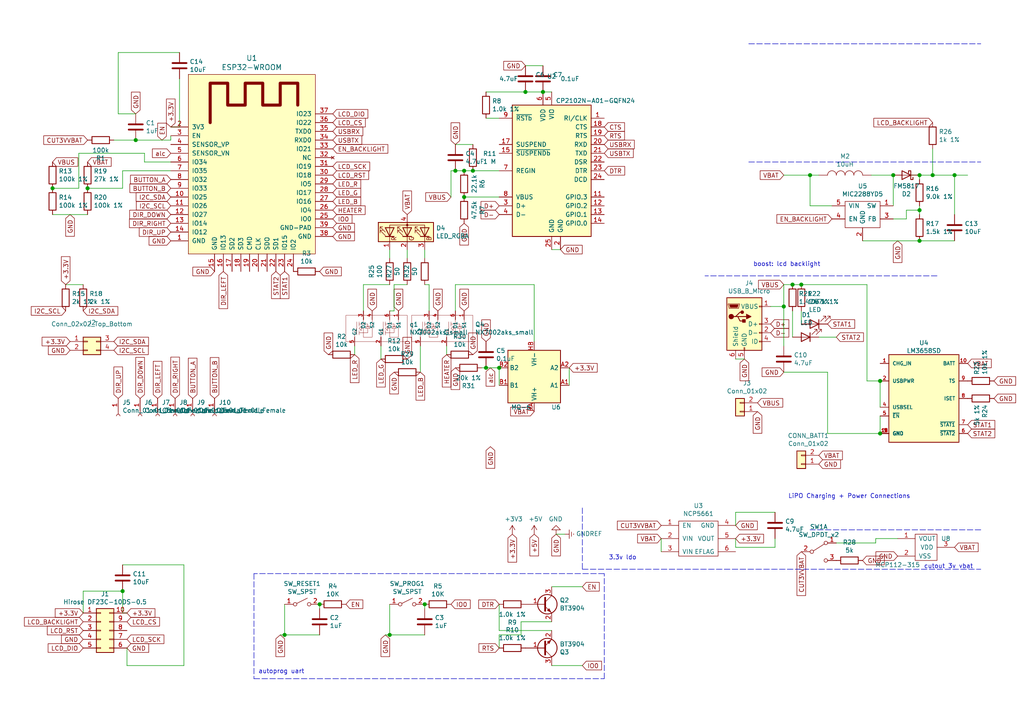
<source format=kicad_sch>
(kicad_sch (version 20210406) (generator eeschema)
  (paper "A4")
  (junction (at 15.24 54.61) (diameter 1.016))
  (junction (at 25.4 54.61) (diameter 1.016))
  (junction (at 35.56 171.45) (diameter 1.016))
  (junction (at 39.37 40.64) (diameter 1.016))
  (junction (at 82.55 184.15) (diameter 1.016))
  (junction (at 92.71 175.26) (diameter 1.016))
  (junction (at 113.03 184.15) (diameter 1.016))
  (junction (at 123.19 175.26) (diameter 1.016))
  (junction (at 132.08 49.53) (diameter 1.016))
  (junction (at 134.62 49.53) (diameter 1.016))
  (junction (at 134.62 57.15) (diameter 1.016))
  (junction (at 137.16 49.53) (diameter 1.016))
  (junction (at 140.97 106.68) (diameter 1.016))
  (junction (at 144.78 106.68) (diameter 1.016))
  (junction (at 152.4 26.67) (diameter 1.016))
  (junction (at 157.48 26.67) (diameter 1.016))
  (junction (at 227.33 88.9) (diameter 1.016))
  (junction (at 229.87 82.55) (diameter 1.016))
  (junction (at 232.41 82.55) (diameter 1.016))
  (junction (at 234.95 50.8) (diameter 1.016))
  (junction (at 255.27 110.49) (diameter 1.016))
  (junction (at 255.27 125.73) (diameter 1.016))
  (junction (at 259.08 50.8) (diameter 1.016))
  (junction (at 266.7 50.8) (diameter 1.016))
  (junction (at 266.7 60.96) (diameter 1.016))
  (junction (at 266.7 69.85) (diameter 1.016))
  (junction (at 270.51 50.8) (diameter 1.016))
  (junction (at 276.86 50.8) (diameter 1.016))
  (wire (pts (xy 15.24 54.61) (xy 22.86 54.61)))
  (wire (pts (xy 15.24 62.23) (xy 25.4 62.23)))
  (wire (pts (xy 19.05 82.55) (xy 24.13 82.55)))
  (wire (pts (xy 22.86 44.45) (xy 41.91 44.45)))
  (wire (pts (xy 22.86 54.61) (xy 22.86 44.45)))
  (wire (pts (xy 24.13 171.45) (xy 35.56 171.45)))
  (wire (pts (xy 24.13 177.8) (xy 24.13 171.45)))
  (wire (pts (xy 25.4 54.61) (xy 35.56 54.61)))
  (wire (pts (xy 33.02 40.64) (xy 39.37 40.64)))
  (wire (pts (xy 34.29 15.24) (xy 52.07 15.24)))
  (wire (pts (xy 34.29 33.02) (xy 34.29 15.24)))
  (wire (pts (xy 35.56 49.53) (xy 49.53 49.53)))
  (wire (pts (xy 35.56 54.61) (xy 35.56 49.53)))
  (wire (pts (xy 35.56 163.83) (xy 53.34 163.83)))
  (wire (pts (xy 35.56 171.45) (xy 35.56 177.8)))
  (wire (pts (xy 35.56 177.8) (xy 36.83 177.8)))
  (wire (pts (xy 36.83 193.04) (xy 36.83 187.96)))
  (wire (pts (xy 39.37 33.02) (xy 34.29 33.02)))
  (wire (pts (xy 39.37 40.64) (xy 49.53 40.64)))
  (wire (pts (xy 41.91 44.45) (xy 41.91 46.99)))
  (wire (pts (xy 41.91 46.99) (xy 49.53 46.99)))
  (wire (pts (xy 49.53 36.83) (xy 52.07 36.83)))
  (wire (pts (xy 49.53 39.37) (xy 49.53 40.64)))
  (wire (pts (xy 52.07 36.83) (xy 52.07 22.86)))
  (wire (pts (xy 53.34 163.83) (xy 53.34 193.04)))
  (wire (pts (xy 53.34 193.04) (xy 36.83 193.04)))
  (wire (pts (xy 81.28 184.15) (xy 82.55 184.15)))
  (wire (pts (xy 82.55 175.26) (xy 82.55 184.15)))
  (wire (pts (xy 82.55 184.15) (xy 92.71 184.15)))
  (wire (pts (xy 92.71 175.26) (xy 92.71 176.53)))
  (wire (pts (xy 102.87 100.33) (xy 102.87 102.87)))
  (wire (pts (xy 105.41 82.55) (xy 105.41 90.17)))
  (wire (pts (xy 110.49 100.33) (xy 110.49 104.14)))
  (wire (pts (xy 111.76 184.15) (xy 113.03 184.15)))
  (wire (pts (xy 113.03 72.39) (xy 113.03 74.93)))
  (wire (pts (xy 113.03 82.55) (xy 105.41 82.55)))
  (wire (pts (xy 113.03 175.26) (xy 113.03 184.15)))
  (wire (pts (xy 113.03 184.15) (xy 123.19 184.15)))
  (wire (pts (xy 114.3 82.55) (xy 114.3 90.17)))
  (wire (pts (xy 114.3 90.17) (xy 113.03 90.17)))
  (wire (pts (xy 118.11 72.39) (xy 118.11 74.93)))
  (wire (pts (xy 118.11 82.55) (xy 114.3 82.55)))
  (wire (pts (xy 121.92 100.33) (xy 121.92 107.95)))
  (wire (pts (xy 123.19 72.39) (xy 123.19 74.93)))
  (wire (pts (xy 123.19 175.26) (xy 123.19 176.53)))
  (wire (pts (xy 124.46 82.55) (xy 123.19 82.55)))
  (wire (pts (xy 124.46 90.17) (xy 124.46 82.55)))
  (wire (pts (xy 129.54 100.33) (xy 129.54 102.87)))
  (wire (pts (xy 130.81 49.53) (xy 132.08 49.53)))
  (wire (pts (xy 130.81 57.15) (xy 130.81 49.53)))
  (wire (pts (xy 132.08 41.91) (xy 137.16 41.91)))
  (wire (pts (xy 132.08 49.53) (xy 134.62 49.53)))
  (wire (pts (xy 132.08 82.55) (xy 154.94 82.55)))
  (wire (pts (xy 132.08 90.17) (xy 132.08 82.55)))
  (wire (pts (xy 134.62 49.53) (xy 137.16 49.53)))
  (wire (pts (xy 134.62 57.15) (xy 144.78 57.15)))
  (wire (pts (xy 137.16 49.53) (xy 144.78 49.53)))
  (wire (pts (xy 140.97 26.67) (xy 152.4 26.67)))
  (wire (pts (xy 140.97 106.68) (xy 139.7 106.68)))
  (wire (pts (xy 144.78 34.29) (xy 140.97 34.29)))
  (wire (pts (xy 144.78 106.68) (xy 140.97 106.68)))
  (wire (pts (xy 144.78 111.76) (xy 144.78 106.68)))
  (wire (pts (xy 144.78 175.26) (xy 144.78 182.88)))
  (wire (pts (xy 144.78 182.88) (xy 160.02 182.88)))
  (wire (pts (xy 144.78 184.15) (xy 151.13 184.15)))
  (wire (pts (xy 144.78 187.96) (xy 144.78 184.15)))
  (wire (pts (xy 151.13 180.34) (xy 160.02 180.34)))
  (wire (pts (xy 151.13 184.15) (xy 151.13 180.34)))
  (wire (pts (xy 152.4 26.67) (xy 157.48 26.67)))
  (wire (pts (xy 154.94 82.55) (xy 154.94 99.06)))
  (wire (pts (xy 157.48 19.05) (xy 152.4 19.05)))
  (wire (pts (xy 157.48 26.67) (xy 160.02 26.67)))
  (wire (pts (xy 160.02 72.39) (xy 162.56 72.39)))
  (wire (pts (xy 160.02 170.18) (xy 168.91 170.18)))
  (wire (pts (xy 160.02 193.04) (xy 168.91 193.04)))
  (wire (pts (xy 161.29 154.94) (xy 163.83 154.94)))
  (wire (pts (xy 165.1 111.76) (xy 165.1 106.68)))
  (wire (pts (xy 191.77 156.21) (xy 191.77 160.02)))
  (wire (pts (xy 213.36 104.14) (xy 215.9 104.14)))
  (wire (pts (xy 213.36 148.59) (xy 224.79 148.59)))
  (wire (pts (xy 213.36 152.4) (xy 213.36 148.59)))
  (wire (pts (xy 213.36 156.21) (xy 213.36 158.75)))
  (wire (pts (xy 213.36 158.75) (xy 224.79 158.75)))
  (wire (pts (xy 223.52 88.9) (xy 227.33 88.9)))
  (wire (pts (xy 224.79 158.75) (xy 224.79 156.21)))
  (wire (pts (xy 227.33 82.55) (xy 229.87 82.55)))
  (wire (pts (xy 227.33 88.9) (xy 227.33 82.55)))
  (wire (pts (xy 227.33 100.33) (xy 227.33 88.9)))
  (wire (pts (xy 227.33 107.95) (xy 240.03 107.95)))
  (wire (pts (xy 229.87 82.55) (xy 232.41 82.55)))
  (wire (pts (xy 229.87 90.17) (xy 229.87 97.79)))
  (wire (pts (xy 232.41 82.55) (xy 251.46 82.55)))
  (wire (pts (xy 232.41 93.98) (xy 232.41 90.17)))
  (wire (pts (xy 234.95 50.8) (xy 227.33 50.8)))
  (wire (pts (xy 234.95 50.8) (xy 234.95 59.69)))
  (wire (pts (xy 237.49 50.8) (xy 234.95 50.8)))
  (wire (pts (xy 237.49 97.79) (xy 242.57 97.79)))
  (wire (pts (xy 240.03 107.95) (xy 240.03 125.73)))
  (wire (pts (xy 240.03 125.73) (xy 255.27 125.73)))
  (wire (pts (xy 241.3 59.69) (xy 234.95 59.69)))
  (wire (pts (xy 242.57 157.48) (xy 254 157.48)))
  (wire (pts (xy 250.19 69.85) (xy 266.7 69.85)))
  (wire (pts (xy 251.46 82.55) (xy 251.46 110.49)))
  (wire (pts (xy 251.46 110.49) (xy 255.27 110.49)))
  (wire (pts (xy 252.73 50.8) (xy 259.08 50.8)))
  (wire (pts (xy 254 156.21) (xy 260.35 156.21)))
  (wire (pts (xy 254 157.48) (xy 254 156.21)))
  (wire (pts (xy 255.27 110.49) (xy 255.27 118.11)))
  (wire (pts (xy 255.27 120.65) (xy 255.27 125.73)))
  (wire (pts (xy 259.08 59.69) (xy 259.08 50.8)))
  (wire (pts (xy 259.08 63.5) (xy 262.89 63.5)))
  (wire (pts (xy 262.89 60.96) (xy 266.7 60.96)))
  (wire (pts (xy 262.89 63.5) (xy 262.89 60.96)))
  (wire (pts (xy 264.16 50.8) (xy 266.7 50.8)))
  (wire (pts (xy 266.7 50.8) (xy 266.7 52.07)))
  (wire (pts (xy 266.7 50.8) (xy 270.51 50.8)))
  (wire (pts (xy 266.7 60.96) (xy 266.7 59.69)))
  (wire (pts (xy 266.7 62.23) (xy 266.7 60.96)))
  (wire (pts (xy 266.7 69.85) (xy 276.86 69.85)))
  (wire (pts (xy 270.51 43.18) (xy 270.51 50.8)))
  (wire (pts (xy 270.51 50.8) (xy 276.86 50.8)))
  (wire (pts (xy 276.86 50.8) (xy 276.86 62.23)))
  (wire (pts (xy 276.86 50.8) (xy 280.67 50.8)))
  (polyline (pts (xy 73.66 166.37) (xy 73.66 196.85)) (stroke (width 0) (type dash)))
  (polyline (pts (xy 73.66 196.85) (xy 175.26 196.85)) (stroke (width 0) (type dash)))
  (polyline (pts (xy 168.91 147.32) (xy 168.91 165.1)) (stroke (width 0) (type dash)))
  (polyline (pts (xy 168.91 165.1) (xy 284.48 165.1)) (stroke (width 0) (type dash)))
  (polyline (pts (xy 175.26 166.37) (xy 73.66 166.37)) (stroke (width 0) (type dash)))
  (polyline (pts (xy 175.26 196.85) (xy 175.26 166.37)) (stroke (width 0) (type dash)))
  (polyline (pts (xy 217.17 12.7) (xy 284.48 12.7)) (stroke (width 0) (type dash)))
  (polyline (pts (xy 217.17 46.99) (xy 284.48 46.99)) (stroke (width 0) (type dash)))
  (polyline (pts (xy 271.78 80.01) (xy 204.47 80.01)) (stroke (width 0) (type dash)))
  (polyline (pts (xy 284.48 153.67) (xy 234.95 153.67)) (stroke (width 0) (type dash)))
  (text "autoprog uart" (at 74.93 195.58 0) (effects (font (size 1.27 1.27)) (justify left bottom)))
  (text "3.3v ldo" (at 176.53 162.56 0) (effects (font (size 1.27 1.27)) (justify left bottom)))
  (text "boost: lcd backlight" (at 218.44 77.47 0) (effects (font (size 1.27 1.27)) (justify left bottom)))
  (text "LiPO Charging + Power Connections" (at 228.6 144.78 0) (effects (font (size 1.27 1.27)) (justify left bottom)))
  (text "cutout 3v vbat" (at 267.97 165.1 0) (effects (font (size 1.27 1.27)) (justify left bottom)))
  (global_label "VBUS" (shape input) (at 15.24 46.99 0) (property "Intersheet References" "${INTERSHEET_REFS}" (effects hide)))
  (global_label "+3.3V" (shape input) (at 19.05 82.55 90) (property "Intersheet References" "${INTERSHEET_REFS}" (effects hide)))
  (global_label "I2C_SCL" (shape input) (at 19.05 90.17 180) (property "Intersheet References" "${INTERSHEET_REFS}" (effects hide)))
  (global_label "GND" (shape input) (at 20.32 62.23 270) (property "Intersheet References" "${INTERSHEET_REFS}" (effects hide)))
  (global_label "+3.3V" (shape input) (at 20.32 99.06 180) (property "Intersheet References" "${INTERSHEET_REFS}" (effects hide)))
  (global_label "GND" (shape input) (at 20.32 101.6 180) (property "Intersheet References" "${INTERSHEET_REFS}" (effects hide)))
  (global_label "I2C_SDA" (shape input) (at 24.13 90.17 0) (property "Intersheet References" "${INTERSHEET_REFS}" (effects hide)))
  (global_label "+3.3V" (shape input) (at 24.13 177.8 180) (property "Intersheet References" "${INTERSHEET_REFS}" (effects hide)))
  (global_label "LCD_BACKLIGHT" (shape input) (at 24.13 180.34 180) (property "Intersheet References" "${INTERSHEET_REFS}" (effects hide)))
  (global_label "LCD_RST" (shape input) (at 24.13 182.88 180) (property "Intersheet References" "${INTERSHEET_REFS}" (effects hide)))
  (global_label "GND" (shape input) (at 24.13 185.42 180) (property "Intersheet References" "${INTERSHEET_REFS}" (effects hide)))
  (global_label "LCD_DIO" (shape input) (at 24.13 187.96 180) (property "Intersheet References" "${INTERSHEET_REFS}" (effects hide)))
  (global_label "CUT3VVBAT" (shape input) (at 25.4 40.64 180) (property "Intersheet References" "${INTERSHEET_REFS}" (effects hide)))
  (global_label "VBAT" (shape input) (at 25.4 46.99 0) (property "Intersheet References" "${INTERSHEET_REFS}" (effects hide)))
  (global_label "I2C_SDA" (shape input) (at 33.02 99.06 0) (property "Intersheet References" "${INTERSHEET_REFS}" (effects hide)))
  (global_label "I2C_SCL" (shape input) (at 33.02 101.6 0) (property "Intersheet References" "${INTERSHEET_REFS}" (effects hide)))
  (global_label "DIR_UP" (shape input) (at 34.29 115.57 90) (property "Intersheet References" "${INTERSHEET_REFS}" (effects hide)))
  (global_label "+3.3V" (shape input) (at 36.83 177.8 0) (property "Intersheet References" "${INTERSHEET_REFS}" (effects hide)))
  (global_label "LCD_CS" (shape input) (at 36.83 180.34 0) (property "Intersheet References" "${INTERSHEET_REFS}" (effects hide)))
  (global_label "LCD_SCK" (shape input) (at 36.83 185.42 0) (property "Intersheet References" "${INTERSHEET_REFS}" (effects hide)))
  (global_label "GND" (shape input) (at 36.83 187.96 0) (property "Intersheet References" "${INTERSHEET_REFS}" (effects hide)))
  (global_label "GND" (shape input) (at 39.37 33.02 90) (property "Intersheet References" "${INTERSHEET_REFS}" (effects hide)))
  (global_label "DIR_DOWN" (shape input) (at 40.64 115.57 90) (property "Intersheet References" "${INTERSHEET_REFS}" (effects hide)))
  (global_label "DIR_LEFT" (shape input) (at 45.72 115.57 90) (property "Intersheet References" "${INTERSHEET_REFS}" (effects hide)))
  (global_label "EN" (shape input) (at 46.99 40.64 90) (property "Intersheet References" "${INTERSHEET_REFS}" (effects hide)))
  (global_label "+3.3V" (shape input) (at 49.53 36.83 90) (property "Intersheet References" "${INTERSHEET_REFS}" (effects hide)))
  (global_label "alc" (shape input) (at 49.53 44.45 180) (property "Intersheet References" "${INTERSHEET_REFS}" (effects hide)))
  (global_label "BUTTON_A" (shape input) (at 49.53 52.07 180) (property "Intersheet References" "${INTERSHEET_REFS}" (effects hide)))
  (global_label "BUTTON_B" (shape input) (at 49.53 54.61 180) (property "Intersheet References" "${INTERSHEET_REFS}" (effects hide)))
  (global_label "I2C_SDA" (shape input) (at 49.53 57.15 180) (property "Intersheet References" "${INTERSHEET_REFS}" (effects hide)))
  (global_label "I2C_SCL" (shape input) (at 49.53 59.69 180) (property "Intersheet References" "${INTERSHEET_REFS}" (effects hide)))
  (global_label "DIR_DOWN" (shape input) (at 49.53 62.23 180) (property "Intersheet References" "${INTERSHEET_REFS}" (effects hide)))
  (global_label "DIR_RIGHT" (shape input) (at 49.53 64.77 180) (property "Intersheet References" "${INTERSHEET_REFS}" (effects hide)))
  (global_label "DIR_UP" (shape input) (at 49.53 67.31 180) (property "Intersheet References" "${INTERSHEET_REFS}" (effects hide)))
  (global_label "GND" (shape input) (at 49.53 69.85 180) (property "Intersheet References" "${INTERSHEET_REFS}" (effects hide)))
  (global_label "DIR_RIGHT" (shape input) (at 50.8 115.57 90) (property "Intersheet References" "${INTERSHEET_REFS}" (effects hide)))
  (global_label "BUTTON_A" (shape input) (at 55.88 115.57 90) (property "Intersheet References" "${INTERSHEET_REFS}" (effects hide)))
  (global_label "GND" (shape input) (at 62.23 78.74 180) (property "Intersheet References" "${INTERSHEET_REFS}" (effects hide)))
  (global_label "BUTTON_B" (shape input) (at 62.23 115.57 90) (property "Intersheet References" "${INTERSHEET_REFS}" (effects hide)))
  (global_label "DIR_LEFT" (shape input) (at 64.77 78.74 270) (property "Intersheet References" "${INTERSHEET_REFS}" (effects hide)))
  (global_label "STAT2" (shape input) (at 80.01 78.74 270) (property "Intersheet References" "${INTERSHEET_REFS}" (effects hide)))
  (global_label "GND" (shape input) (at 81.28 184.15 270) (property "Intersheet References" "${INTERSHEET_REFS}" (effects hide)))
  (global_label "STAT1" (shape input) (at 82.55 78.74 270) (property "Intersheet References" "${INTERSHEET_REFS}" (effects hide)))
  (global_label "GND" (shape input) (at 92.71 78.74 0) (property "Intersheet References" "${INTERSHEET_REFS}" (effects hide)))
  (global_label "GND" (shape input) (at 95.25 102.87 90) (property "Intersheet References" "${INTERSHEET_REFS}" (effects hide)))
  (global_label "LCD_DIO" (shape input) (at 96.52 33.02 0) (property "Intersheet References" "${INTERSHEET_REFS}" (effects hide)))
  (global_label "LCD_CS" (shape input) (at 96.52 35.56 0) (property "Intersheet References" "${INTERSHEET_REFS}" (effects hide)))
  (global_label "USBRX" (shape input) (at 96.52 38.1 0) (property "Intersheet References" "${INTERSHEET_REFS}" (effects hide)))
  (global_label "USBTX" (shape input) (at 96.52 40.64 0) (property "Intersheet References" "${INTERSHEET_REFS}" (effects hide)))
  (global_label "EN_BACKLIGHT" (shape input) (at 96.52 43.18 0) (property "Intersheet References" "${INTERSHEET_REFS}" (effects hide)))
  (global_label "LCD_SCK" (shape input) (at 96.52 48.26 0) (property "Intersheet References" "${INTERSHEET_REFS}" (effects hide)))
  (global_label "LCD_RST" (shape input) (at 96.52 50.8 0) (property "Intersheet References" "${INTERSHEET_REFS}" (effects hide)))
  (global_label "LED_R" (shape input) (at 96.52 53.34 0) (property "Intersheet References" "${INTERSHEET_REFS}" (effects hide)))
  (global_label "LED_G" (shape input) (at 96.52 55.88 0) (property "Intersheet References" "${INTERSHEET_REFS}" (effects hide)))
  (global_label "LED_B" (shape input) (at 96.52 58.42 0) (property "Intersheet References" "${INTERSHEET_REFS}" (effects hide)))
  (global_label "HEATER" (shape input) (at 96.52 60.96 0) (property "Intersheet References" "${INTERSHEET_REFS}" (effects hide)))
  (global_label "IO0" (shape input) (at 96.52 63.5 0) (property "Intersheet References" "${INTERSHEET_REFS}" (effects hide)))
  (global_label "GND" (shape input) (at 96.52 66.04 0) (property "Intersheet References" "${INTERSHEET_REFS}" (effects hide)))
  (global_label "GND" (shape input) (at 96.52 68.58 0) (property "Intersheet References" "${INTERSHEET_REFS}" (effects hide)))
  (global_label "EN" (shape input) (at 100.33 175.26 0) (property "Intersheet References" "${INTERSHEET_REFS}" (effects hide)))
  (global_label "LED_R" (shape input) (at 102.87 102.87 270) (property "Intersheet References" "${INTERSHEET_REFS}" (effects hide)))
  (global_label "GND" (shape input) (at 107.95 90.17 90) (property "Intersheet References" "${INTERSHEET_REFS}" (effects hide)))
  (global_label "LED_G" (shape input) (at 110.49 104.14 270) (property "Intersheet References" "${INTERSHEET_REFS}" (effects hide)))
  (global_label "GND" (shape input) (at 111.76 184.15 270) (property "Intersheet References" "${INTERSHEET_REFS}" (effects hide)))
  (global_label "GND" (shape input) (at 114.3 107.95 270) (property "Intersheet References" "${INTERSHEET_REFS}" (effects hide)))
  (global_label "GND" (shape input) (at 115.57 90.17 90) (property "Intersheet References" "${INTERSHEET_REFS}" (effects hide)))
  (global_label "VBAT" (shape input) (at 118.11 62.23 90) (property "Intersheet References" "${INTERSHEET_REFS}" (effects hide)))
  (global_label "GND" (shape input) (at 118.11 104.14 90) (property "Intersheet References" "${INTERSHEET_REFS}" (effects hide)))
  (global_label "LED_B" (shape input) (at 121.92 107.95 270) (property "Intersheet References" "${INTERSHEET_REFS}" (effects hide)))
  (global_label "GND" (shape input) (at 127 90.17 90) (property "Intersheet References" "${INTERSHEET_REFS}" (effects hide)))
  (global_label "HEATER" (shape input) (at 129.54 102.87 270) (property "Intersheet References" "${INTERSHEET_REFS}" (effects hide)))
  (global_label "VBUS" (shape input) (at 130.81 57.15 180) (property "Intersheet References" "${INTERSHEET_REFS}" (effects hide)))
  (global_label "IO0" (shape input) (at 130.81 175.26 0) (property "Intersheet References" "${INTERSHEET_REFS}" (effects hide)))
  (global_label "GND" (shape input) (at 132.08 41.91 90) (property "Intersheet References" "${INTERSHEET_REFS}" (effects hide)))
  (global_label "GND" (shape input) (at 132.08 106.68 270) (property "Intersheet References" "${INTERSHEET_REFS}" (effects hide)))
  (global_label "GND" (shape input) (at 134.62 64.77 270) (property "Intersheet References" "${INTERSHEET_REFS}" (effects hide)))
  (global_label "GND" (shape input) (at 134.62 90.17 90) (property "Intersheet References" "${INTERSHEET_REFS}" (effects hide)))
  (global_label "GND" (shape input) (at 137.16 102.87 90) (property "Intersheet References" "${INTERSHEET_REFS}" (effects hide)))
  (global_label "GND" (shape input) (at 140.97 99.06 90) (property "Intersheet References" "${INTERSHEET_REFS}" (effects hide)))
  (global_label "alc" (shape input) (at 142.24 106.68 270) (property "Intersheet References" "${INTERSHEET_REFS}" (effects hide)))
  (global_label "GND" (shape input) (at 142.24 129.54 270) (property "Intersheet References" "${INTERSHEET_REFS}" (effects hide)))
  (global_label "D+" (shape input) (at 144.78 59.69 180) (property "Intersheet References" "${INTERSHEET_REFS}" (effects hide)))
  (global_label "D-" (shape input) (at 144.78 62.23 180) (property "Intersheet References" "${INTERSHEET_REFS}" (effects hide)))
  (global_label "DTR" (shape input) (at 144.78 175.26 180) (property "Intersheet References" "${INTERSHEET_REFS}" (effects hide)))
  (global_label "RTS" (shape input) (at 144.78 187.96 180) (property "Intersheet References" "${INTERSHEET_REFS}" (effects hide)))
  (global_label "+3.3V" (shape input) (at 148.59 154.94 270) (property "Intersheet References" "${INTERSHEET_REFS}" (effects hide)))
  (global_label "GND" (shape input) (at 152.4 19.05 180) (property "Intersheet References" "${INTERSHEET_REFS}" (effects hide)))
  (global_label "VBAT" (shape input) (at 154.94 119.38 180) (property "Intersheet References" "${INTERSHEET_REFS}" (effects hide)))
  (global_label "+5V" (shape input) (at 154.94 154.94 270) (property "Intersheet References" "${INTERSHEET_REFS}" (effects hide)))
  (global_label "GND" (shape input) (at 161.29 154.94 270) (property "Intersheet References" "${INTERSHEET_REFS}" (effects hide)))
  (global_label "GND" (shape input) (at 162.56 72.39 0) (property "Intersheet References" "${INTERSHEET_REFS}" (effects hide)))
  (global_label "+3.3V" (shape input) (at 165.1 106.68 0) (property "Intersheet References" "${INTERSHEET_REFS}" (effects hide)))
  (global_label "EN" (shape input) (at 168.91 170.18 0) (property "Intersheet References" "${INTERSHEET_REFS}" (effects hide)))
  (global_label "IO0" (shape input) (at 168.91 193.04 0) (property "Intersheet References" "${INTERSHEET_REFS}" (effects hide)))
  (global_label "CTS" (shape input) (at 175.26 36.83 0) (property "Intersheet References" "${INTERSHEET_REFS}" (effects hide)))
  (global_label "RTS" (shape input) (at 175.26 39.37 0) (property "Intersheet References" "${INTERSHEET_REFS}" (effects hide)))
  (global_label "USBRX" (shape input) (at 175.26 41.91 0) (property "Intersheet References" "${INTERSHEET_REFS}" (effects hide)))
  (global_label "USBTX" (shape input) (at 175.26 44.45 0) (property "Intersheet References" "${INTERSHEET_REFS}" (effects hide)))
  (global_label "DTR" (shape input) (at 175.26 49.53 0) (property "Intersheet References" "${INTERSHEET_REFS}" (effects hide)))
  (global_label "CUT3VVBAT" (shape input) (at 191.77 152.4 180) (property "Intersheet References" "${INTERSHEET_REFS}" (effects hide)))
  (global_label "VBAT" (shape input) (at 191.77 156.21 180) (property "Intersheet References" "${INTERSHEET_REFS}" (effects hide)))
  (global_label "GND" (shape input) (at 213.36 152.4 0) (property "Intersheet References" "${INTERSHEET_REFS}" (effects hide)))
  (global_label "+3.3V" (shape input) (at 213.36 156.21 0) (property "Intersheet References" "${INTERSHEET_REFS}" (effects hide)))
  (global_label "GND" (shape input) (at 215.9 104.14 270) (property "Intersheet References" "${INTERSHEET_REFS}" (effects hide)))
  (global_label "VBUS" (shape input) (at 219.71 116.84 0) (property "Intersheet References" "${INTERSHEET_REFS}" (effects hide)))
  (global_label "GND" (shape input) (at 219.71 119.38 270) (property "Intersheet References" "${INTERSHEET_REFS}" (effects hide)))
  (global_label "D+" (shape input) (at 223.52 93.98 0) (property "Intersheet References" "${INTERSHEET_REFS}" (effects hide)))
  (global_label "D-" (shape input) (at 223.52 96.52 0) (property "Intersheet References" "${INTERSHEET_REFS}" (effects hide)))
  (global_label "VBAT" (shape input) (at 227.33 50.8 180) (property "Intersheet References" "${INTERSHEET_REFS}" (effects hide)))
  (global_label "VBUS" (shape input) (at 227.33 82.55 180) (property "Intersheet References" "${INTERSHEET_REFS}" (effects hide)))
  (global_label "GND" (shape input) (at 227.33 107.95 180) (property "Intersheet References" "${INTERSHEET_REFS}" (effects hide)))
  (global_label "CUT3VVBAT" (shape input) (at 232.41 160.02 270) (property "Intersheet References" "${INTERSHEET_REFS}" (effects hide)))
  (global_label "VBAT" (shape input) (at 237.49 132.08 0) (property "Intersheet References" "${INTERSHEET_REFS}" (effects hide)))
  (global_label "GND" (shape input) (at 237.49 134.62 0) (property "Intersheet References" "${INTERSHEET_REFS}" (effects hide)))
  (global_label "STAT1" (shape input) (at 240.03 93.98 0) (property "Intersheet References" "${INTERSHEET_REFS}" (effects hide)))
  (global_label "EN_BACKLIGHT" (shape input) (at 241.3 63.5 180) (property "Intersheet References" "${INTERSHEET_REFS}" (effects hide)))
  (global_label "STAT2" (shape input) (at 242.57 97.79 0) (property "Intersheet References" "${INTERSHEET_REFS}" (effects hide)))
  (global_label "GND" (shape input) (at 250.19 162.56 0) (property "Intersheet References" "${INTERSHEET_REFS}" (effects hide)))
  (global_label "GND" (shape input) (at 260.35 69.85 270) (property "Intersheet References" "${INTERSHEET_REFS}" (effects hide)))
  (global_label "GND" (shape input) (at 260.35 161.29 180) (property "Intersheet References" "${INTERSHEET_REFS}" (effects hide)))
  (global_label "LCD_BACKLIGHT" (shape input) (at 270.51 35.56 180) (property "Intersheet References" "${INTERSHEET_REFS}" (effects hide)))
  (global_label "VBAT" (shape input) (at 276.86 158.75 0) (property "Intersheet References" "${INTERSHEET_REFS}" (effects hide)))
  (global_label "VBAT" (shape input) (at 280.67 105.41 0) (property "Intersheet References" "${INTERSHEET_REFS}" (effects hide)))
  (global_label "STAT1" (shape input) (at 280.67 123.19 0) (property "Intersheet References" "${INTERSHEET_REFS}" (effects hide)))
  (global_label "STAT2" (shape input) (at 280.67 125.73 0) (property "Intersheet References" "${INTERSHEET_REFS}" (effects hide)))
  (global_label "GND" (shape input) (at 288.29 110.49 0) (property "Intersheet References" "${INTERSHEET_REFS}" (effects hide)))
  (global_label "GND" (shape input) (at 288.29 115.57 0) (property "Intersheet References" "${INTERSHEET_REFS}" (effects hide)))
  (symbol (lib_id "power:+3.3V") (at 148.59 154.94 0) (unit 1)
    (property "Reference" "#PWR01" (effects hide))
    (property "Value" "+3.3V" (at 148.971 150.5458 0))
  )
  (symbol (lib_id "power:+5V") (at 154.94 154.94 0) (unit 1)
    (property "Reference" "#PWR02" (effects hide))
    (property "Value" "+5V" (at 155.321 150.5458 0))
  )
  (symbol (lib_id "Connector:Conn_01x01_Female") (at 34.29 120.65 270) (unit 1)
    (property "Reference" "J5" (at 35.5092 116.7384 90) (effects (justify left)))
    (property "Value" "Conn_01x01_Female" (at 35.5092 119.0498 90) (effects (justify left)))
    (property "Footprint" "brucon_badge:touch_10mm" (effects hide))
  )
  (symbol (lib_id "Connector:Conn_01x01_Female") (at 40.64 120.65 270) (unit 1)
    (property "Reference" "J6" (at 41.8592 116.7384 90) (effects (justify left)))
    (property "Value" "Conn_01x01_Female" (at 41.8592 119.0498 90) (effects (justify left)))
    (property "Footprint" "brucon_badge:touch_10mm" (effects hide))
  )
  (symbol (lib_id "Connector:Conn_01x01_Female") (at 45.72 120.65 270) (unit 1)
    (property "Reference" "J7" (at 46.9392 116.7384 90) (effects (justify left)))
    (property "Value" "Conn_01x01_Female" (at 46.9392 119.0498 90) (effects (justify left)))
    (property "Footprint" "brucon_badge:touch_10mm" (effects hide))
  )
  (symbol (lib_id "Connector:Conn_01x01_Female") (at 50.8 120.65 270) (unit 1)
    (property "Reference" "J8" (at 52.0192 116.7384 90) (effects (justify left)))
    (property "Value" "Conn_01x01_Female" (at 52.0192 119.0498 90) (effects (justify left)))
    (property "Footprint" "brucon_badge:touch_10mm" (effects hide))
  )
  (symbol (lib_id "Connector:Conn_01x01_Female") (at 55.88 120.65 270) (unit 1)
    (property "Reference" "J9" (at 57.0992 116.7384 90) (effects (justify left)))
    (property "Value" "Conn_01x01_Female" (at 57.0992 119.0498 90) (effects (justify left)))
    (property "Footprint" "brucon_badge:touch_10mm" (effects hide))
  )
  (symbol (lib_id "Connector:Conn_01x01_Female") (at 62.23 120.65 270) (unit 1)
    (property "Reference" "J10" (at 63.4492 116.7384 90) (effects (justify left)))
    (property "Value" "Conn_01x01_Female" (at 63.4492 119.0498 90) (effects (justify left)))
    (property "Footprint" "brucon_badge:touch_10mm" (effects hide))
  )
  (symbol (lib_id "power:GND") (at 161.29 154.94 180) (unit 1)
    (property "Reference" "#PWR03" (effects hide))
    (property "Value" "GND" (at 161.163 150.5458 0))
  )
  (symbol (lib_id "power:GNDREF") (at 163.83 154.94 90) (unit 1)
    (property "Reference" "#PWR0101" (effects hide))
    (property "Value" "GNDREF" (at 167.0812 154.813 90) (effects (justify right)))
  )
  (symbol (lib_id "Device:R") (at 15.24 50.8 0) (unit 1)
    (property "Reference" "R13" (at 17.018 49.6316 0) (effects (justify left)))
    (property "Value" "100k 1%" (at 17.018 51.943 0) (effects (justify left)))
    (property "Footprint" "Resistor_SMD:R_0805_2012Metric" (effects hide))
  )
  (symbol (lib_id "Device:R") (at 15.24 58.42 0) (unit 1)
    (property "Reference" "R14" (at 17.018 57.2516 0) (effects (justify left)))
    (property "Value" "100k 1%" (at 17.018 59.563 0) (effects (justify left)))
    (property "Footprint" "Resistor_SMD:R_0805_2012Metric" (effects hide))
  )
  (symbol (lib_id "Device:R") (at 19.05 86.36 0) (unit 1)
    (property "Reference" "R15" (at 20.828 85.1916 0) (effects (justify left)))
    (property "Value" "2k 1%" (at 20.828 87.503 0) (effects (justify left)))
    (property "Footprint" "Resistor_SMD:R_0805_2012Metric" (effects hide))
  )
  (symbol (lib_id "Device:R") (at 24.13 86.36 0) (unit 1)
    (property "Reference" "R18" (at 25.908 85.1916 0) (effects (justify left)))
    (property "Value" "2k 1%" (at 25.908 87.503 0) (effects (justify left)))
    (property "Footprint" "Resistor_SMD:R_0805_2012Metric" (effects hide))
  )
  (symbol (lib_id "Device:R") (at 25.4 50.8 0) (unit 1)
    (property "Reference" "R19" (at 27.178 49.6316 0) (effects (justify left)))
    (property "Value" "27k 1%" (at 27.178 51.943 0) (effects (justify left)))
    (property "Footprint" "Resistor_SMD:R_0805_2012Metric" (effects hide))
  )
  (symbol (lib_id "Device:R") (at 25.4 58.42 0) (unit 1)
    (property "Reference" "R20" (at 27.178 57.2516 0) (effects (justify left)))
    (property "Value" "100k 1%" (at 27.178 59.563 0) (effects (justify left)))
    (property "Footprint" "Resistor_SMD:R_0805_2012Metric" (effects hide))
  )
  (symbol (lib_id "Device:R") (at 29.21 40.64 90) (unit 1)
    (property "Reference" "R1" (at 29.21 45.8978 90))
    (property "Value" "100k" (at 29.21 43.5864 90))
    (property "Footprint" "Resistor_SMD:R_0805_2012Metric" (effects hide))
  )
  (symbol (lib_id "Device:R") (at 88.9 78.74 270) (unit 1)
    (property "Reference" "R3" (at 88.9 73.4822 90))
    (property "Value" "10k" (at 88.9 75.7936 90))
    (property "Footprint" "Resistor_SMD:R_0805_2012Metric" (effects hide))
  )
  (symbol (lib_id "Device:R") (at 96.52 175.26 270) (unit 1) (on_board no)
    (property "Reference" "R4" (at 96.52 170.0022 90))
    (property "Value" "10K" (at 96.52 172.3136 90))
    (property "Footprint" "Resistor_SMD:R_0805_2012Metric" (effects hide))
  )
  (symbol (lib_id "Device:R") (at 99.06 102.87 270) (unit 1)
    (property "Reference" "R2" (at 99.06 97.6122 90))
    (property "Value" "10k" (at 99.06 99.9236 90))
    (property "Footprint" "Resistor_SMD:R_0805_2012Metric" (effects hide))
  )
  (symbol (lib_id "Device:R") (at 113.03 78.74 0) (unit 1)
    (property "Reference" "R25" (at 107.7722 78.74 90))
    (property "Value" "100" (at 110.0836 78.74 90))
    (property "Footprint" "Resistor_SMD:R_0805_2012Metric" (effects hide))
  )
  (symbol (lib_id "Device:R") (at 114.3 104.14 270) (unit 1)
    (property "Reference" "R12" (at 114.3 98.8822 90))
    (property "Value" "10k" (at 114.3 101.1936 90))
    (property "Footprint" "Resistor_SMD:R_0805_2012Metric" (effects hide))
  )
  (symbol (lib_id "Device:R") (at 118.11 78.74 0) (unit 1)
    (property "Reference" "R27" (at 112.8522 78.74 90))
    (property "Value" "50" (at 115.1636 78.74 90))
    (property "Footprint" "Resistor_SMD:R_0805_2012Metric" (effects hide))
  )
  (symbol (lib_id "Device:R") (at 118.11 107.95 270) (unit 1)
    (property "Reference" "R29" (at 118.11 102.6922 90))
    (property "Value" "10k" (at 118.11 105.0036 90))
    (property "Footprint" "Resistor_SMD:R_0805_2012Metric" (effects hide))
  )
  (symbol (lib_id "Device:R") (at 123.19 78.74 0) (unit 1)
    (property "Reference" "R32" (at 117.9322 78.74 90))
    (property "Value" "50" (at 120.2436 78.74 90))
    (property "Footprint" "Resistor_SMD:R_0805_2012Metric" (effects hide))
  )
  (symbol (lib_id "Device:R") (at 127 175.26 270) (unit 1) (on_board no)
    (property "Reference" "R5" (at 127 170.0022 90))
    (property "Value" "10K" (at 127 172.3136 90))
    (property "Footprint" "Resistor_SMD:R_0805_2012Metric" (effects hide))
  )
  (symbol (lib_id "Device:R") (at 133.35 102.87 270) (unit 1)
    (property "Reference" "R30" (at 133.35 97.6122 90))
    (property "Value" "10k" (at 133.35 99.9236 90))
    (property "Footprint" "Resistor_SMD:R_0805_2012Metric" (effects hide))
  )
  (symbol (lib_id "Device:R") (at 134.62 53.34 0) (mirror y) (unit 1)
    (property "Reference" "R6" (at 139.8778 53.34 90))
    (property "Value" "22.1k" (at 137.5664 53.34 90))
    (property "Footprint" "Resistor_SMD:R_0805_2012Metric" (effects hide))
  )
  (symbol (lib_id "Device:R") (at 134.62 60.96 0) (mirror y) (unit 1)
    (property "Reference" "R7" (at 139.8778 60.96 90))
    (property "Value" "47.5k" (at 137.5664 60.96 90))
    (property "Footprint" "Resistor_SMD:R_0805_2012Metric" (effects hide))
  )
  (symbol (lib_id "Device:R") (at 135.89 106.68 270) (unit 1)
    (property "Reference" "R31" (at 135.89 111.9062 90))
    (property "Value" "20k 1%" (at 135.89 109.6075 90))
    (property "Footprint" "Resistor_SMD:R_0805_2012Metric" (effects hide))
  )
  (symbol (lib_id "Device:R") (at 137.16 45.72 0) (unit 1)
    (property "Reference" "R11" (at 140.081 44.5516 0) (effects (justify left)))
    (property "Value" "1 M" (at 140.081 46.863 0) (effects (justify left)))
    (property "Footprint" "Resistor_SMD:R_0805_2012Metric" (effects hide))
  )
  (symbol (lib_id "Device:R") (at 140.97 30.48 0) (unit 1)
    (property "Reference" "R8" (at 142.748 29.3116 0) (effects (justify left)))
    (property "Value" "1.0k 1%" (at 142.748 31.623 0) (effects (justify left)))
    (property "Footprint" "Resistor_SMD:R_0805_2012Metric" (effects hide))
  )
  (symbol (lib_id "Device:R") (at 148.59 175.26 90) (unit 1)
    (property "Reference" "R9" (at 148.59 180.5178 90))
    (property "Value" "1.0k 1%" (at 148.59 178.2064 90))
    (property "Footprint" "Resistor_SMD:R_0805_2012Metric" (effects hide))
  )
  (symbol (lib_id "Device:R") (at 148.59 187.96 90) (mirror x) (unit 1)
    (property "Reference" "R10" (at 148.59 182.7022 90))
    (property "Value" "1.0k 1%" (at 148.59 185.0136 90))
    (property "Footprint" "Resistor_SMD:R_0805_2012Metric" (effects hide))
  )
  (symbol (lib_id "Device:R") (at 229.87 86.36 0) (unit 1)
    (property "Reference" "R21" (at 231.648 85.1916 0) (effects (justify left)))
    (property "Value" "1.47k 1%" (at 231.648 87.503 0) (effects (justify left)))
    (property "Footprint" "Resistor_SMD:R_0805_2012Metric" (effects hide))
  )
  (symbol (lib_id "Device:R") (at 232.41 86.36 0) (unit 1)
    (property "Reference" "R22" (at 234.188 85.1916 0) (effects (justify left)))
    (property "Value" "1.47k 1%" (at 234.188 87.503 0) (effects (justify left)))
    (property "Footprint" "Resistor_SMD:R_0805_2012Metric" (effects hide))
  )
  (symbol (lib_id "Device:R") (at 246.38 162.56 270) (unit 1)
    (property "Reference" "R28" (at 246.38 157.3022 90))
    (property "Value" "5k" (at 246.38 159.6136 90))
    (property "Footprint" "Resistor_SMD:R_0805_2012Metric" (effects hide))
  )
  (symbol (lib_id "Device:R") (at 266.7 55.88 0) (unit 1)
    (property "Reference" "R16" (at 268.478 54.7116 0) (effects (justify left)))
    (property "Value" "9.0k 1%" (at 268.478 57.023 0) (effects (justify left)))
    (property "Footprint" "Resistor_SMD:R_0805_2012Metric" (effects hide))
  )
  (symbol (lib_id "Device:R") (at 266.7 66.04 0) (unit 1)
    (property "Reference" "R17" (at 268.478 64.8716 0) (effects (justify left)))
    (property "Value" "1.5k 1%" (at 268.478 67.183 0) (effects (justify left)))
    (property "Footprint" "Resistor_SMD:R_0805_2012Metric" (effects hide))
  )
  (symbol (lib_id "Device:R") (at 270.51 39.37 0) (unit 1)
    (property "Reference" "R26" (at 272.288 38.2016 0) (effects (justify left)))
    (property "Value" "1k 1%" (at 272.288 40.513 0) (effects (justify left)))
    (property "Footprint" "Resistor_SMD:R_0805_2012Metric" (effects hide))
  )
  (symbol (lib_id "Device:R") (at 284.48 110.49 90) (unit 1)
    (property "Reference" "R23" (at 283.3116 108.712 0) (effects (justify left)))
    (property "Value" "10k 1%" (at 285.623 108.712 0) (effects (justify left)))
    (property "Footprint" "Resistor_SMD:R_0805_2012Metric" (effects hide))
  )
  (symbol (lib_id "Device:R") (at 284.48 115.57 270) (unit 1)
    (property "Reference" "R24" (at 285.6484 117.348 0) (effects (justify left)))
    (property "Value" "5k 1%" (at 283.337 117.348 0) (effects (justify left)))
    (property "Footprint" "Resistor_SMD:R_0805_2012Metric" (effects hide))
  )
  (symbol (lib_id "Device:D_Schottky") (at 262.89 50.8 180) (unit 1)
    (property "Reference" "D2" (at 262.89 56.261 0))
    (property "Value" "FM5817" (at 262.89 53.9496 0))
    (property "Footprint" "brucon_badge:DO-214-FM5817" (effects hide))
  )
  (symbol (lib_id "Switch:SW_SPST") (at 87.63 175.26 0) (unit 1) (on_board no)
    (property "Reference" "SW_RESET1" (at 87.63 169.291 0))
    (property "Value" "SW_SPST" (at 87.63 171.6024 0))
    (property "Footprint" "brucon_badge:FSM4JSMATR" (effects hide))
  )
  (symbol (lib_id "Switch:SW_SPST") (at 118.11 175.26 0) (unit 1) (on_board no)
    (property "Reference" "SW_PROG1" (at 118.11 169.291 0))
    (property "Value" "SW_SPST" (at 118.11 171.6024 0))
    (property "Footprint" "brucon_badge:FSM4JSMATR" (effects hide))
  )
  (symbol (lib_id "BruCON_0x0a-rescue:L-adafruit") (at 245.11 50.8 90) (unit 1)
    (property "Reference" "M2" (at 245.11 45.339 90))
    (property "Value" "10uH" (at 245.11 47.6504 90))
    (property "Footprint" "Inductor_SMD:L_0805_2012Metric" (effects hide))
  )
  (symbol (lib_id "Device:LED") (at 233.68 97.79 180) (unit 1)
    (property "Reference" "D1" (at 233.8578 91.313 0))
    (property "Value" "LED" (at 233.8578 93.6244 0))
    (property "Footprint" "LED_SMD:LED_0603_1608Metric" (effects hide))
  )
  (symbol (lib_id "Device:LED") (at 236.22 93.98 180) (unit 1)
    (property "Reference" "D3" (at 236.3978 87.503 0))
    (property "Value" "LED" (at 236.3978 89.8144 0))
    (property "Footprint" "LED_SMD:LED_0603_1608Metric" (effects hide))
  )
  (symbol (lib_id "Connector_Generic:Conn_01x02") (at 214.63 119.38 180) (unit 1)
    (property "Reference" "J3" (at 216.662 111.125 0))
    (property "Value" "Conn_01x02" (at 216.662 113.4364 0))
    (property "Footprint" "Connector_PinHeader_2.54mm:PinHeader_1x02_P2.54mm_Vertical" (effects hide))
  )
  (symbol (lib_id "Connector_Generic:Conn_01x02") (at 232.41 134.62 180) (unit 1)
    (property "Reference" "CONN_BATT1" (at 234.442 126.365 0))
    (property "Value" "Conn_01x02" (at 234.442 128.6764 0))
    (property "Footprint" "brucon_badge:JST-PH-SM4-TB-2" (effects hide))
  )
  (symbol (lib_id "Device:C") (at 35.56 167.64 0) (unit 1)
    (property "Reference" "C11" (at 38.481 166.4716 0) (effects (justify left)))
    (property "Value" "10uF" (at 38.481 168.783 0) (effects (justify left)))
    (property "Footprint" "Capacitor_SMD:C_0805_2012Metric" (effects hide))
  )
  (symbol (lib_id "Device:C") (at 39.37 36.83 0) (unit 1)
    (property "Reference" "C1" (at 42.291 35.6616 0) (effects (justify left)))
    (property "Value" "1uF" (at 42.291 37.973 0) (effects (justify left)))
    (property "Footprint" "Capacitor_SMD:C_0805_2012Metric" (effects hide))
  )
  (symbol (lib_id "Device:C") (at 52.07 19.05 0) (unit 1)
    (property "Reference" "C14" (at 54.991 17.8816 0) (effects (justify left)))
    (property "Value" "10uF" (at 54.991 20.193 0) (effects (justify left)))
    (property "Footprint" "Capacitor_SMD:C_0805_2012Metric" (effects hide))
  )
  (symbol (lib_id "Device:C") (at 92.71 180.34 0) (unit 1) (on_board no)
    (property "Reference" "C2" (at 95.631 179.1716 0) (effects (justify left)))
    (property "Value" "1uF" (at 95.631 181.483 0) (effects (justify left)))
    (property "Footprint" "Capacitor_SMD:C_0805_2012Metric" (effects hide))
  )
  (symbol (lib_id "Device:C") (at 123.19 180.34 0) (unit 1) (on_board no)
    (property "Reference" "C3" (at 126.111 179.1716 0) (effects (justify left)))
    (property "Value" "1uF" (at 126.111 181.483 0) (effects (justify left)))
    (property "Footprint" "Capacitor_SMD:C_0805_2012Metric" (effects hide))
  )
  (symbol (lib_id "Device:C") (at 132.08 45.72 0) (unit 1)
    (property "Reference" "C4" (at 135.001 44.5516 0) (effects (justify left)))
    (property "Value" "4.7uF" (at 135.001 46.863 0) (effects (justify left)))
    (property "Footprint" "Capacitor_SMD:C_0805_2012Metric" (effects hide))
  )
  (symbol (lib_id "Device:C") (at 140.97 102.87 0) (unit 1)
    (property "Reference" "C5" (at 143.891 101.7016 0) (effects (justify left)))
    (property "Value" "0.1uF" (at 143.891 104.013 0) (effects (justify left)))
    (property "Footprint" "Capacitor_SMD:C_0805_2012Metric" (effects hide))
  )
  (symbol (lib_id "Device:C") (at 152.4 22.86 0) (unit 1)
    (property "Reference" "C6" (at 155.321 21.6916 0) (effects (justify left)))
    (property "Value" "4.7uF" (at 144.78 22.86 0) (effects (justify left)))
    (property "Footprint" "Capacitor_SMD:C_0805_2012Metric" (effects hide))
  )
  (symbol (lib_id "Device:C") (at 157.48 22.86 0) (unit 1)
    (property "Reference" "C7" (at 160.401 21.6916 0) (effects (justify left)))
    (property "Value" "0.1uF" (at 162.56 22.86 0) (effects (justify left)))
    (property "Footprint" "Capacitor_SMD:C_0805_2012Metric" (effects hide))
  )
  (symbol (lib_id "Device:C") (at 224.79 152.4 0) (unit 1)
    (property "Reference" "C9" (at 227.711 151.2316 0) (effects (justify left)))
    (property "Value" "4.7uF" (at 227.711 153.543 0) (effects (justify left)))
    (property "Footprint" "Capacitor_SMD:C_0805_2012Metric" (effects hide))
  )
  (symbol (lib_id "Device:C") (at 227.33 104.14 0) (unit 1)
    (property "Reference" "C10" (at 230.251 102.9716 0) (effects (justify left)))
    (property "Value" "4.7uF" (at 230.251 105.283 0) (effects (justify left)))
    (property "Footprint" "Capacitor_SMD:C_0805_2012Metric" (effects hide))
  )
  (symbol (lib_id "Device:C") (at 276.86 66.04 0) (unit 1)
    (property "Reference" "C13" (at 279.781 64.8716 0) (effects (justify left)))
    (property "Value" "10uF" (at 279.781 67.183 0) (effects (justify left)))
    (property "Footprint" "Capacitor_SMD:C_0805_2012Metric" (effects hide))
  )
  (symbol (lib_id "Switch:SW_DPDT_x2") (at 237.49 160.02 0) (unit 1)
    (property "Reference" "SW1" (at 237.49 152.781 0))
    (property "Value" "SW_DPDT_x2" (at 237.49 155.0924 0))
    (property "Footprint" "brucon_badge:JS102000-SAQN" (effects hide))
  )
  (symbol (lib_id "Connector_Generic:Conn_02x02_Top_Bottom") (at 25.4 99.06 0) (unit 1)
    (property "Reference" "J2" (at 26.67 93.5482 0))
    (property "Value" "Conn_02x02_Top_Bottom" (at 26.67 93.98 0))
    (property "Footprint" "Connector_PinHeader_2.54mm:PinHeader_2x02_P2.54mm_Vertical" (effects hide))
  )
  (symbol (lib_id "Device:Q_NPN_BEC") (at 157.48 175.26 0) (unit 1)
    (property "Reference" "Q2" (at 162.3314 174.0916 0) (effects (justify left)))
    (property "Value" "BT3904" (at 162.3314 176.403 0) (effects (justify left)))
    (property "Footprint" "Package_TO_SOT_SMD:SOT-23" (effects hide))
  )
  (symbol (lib_id "Device:Q_NPN_BEC") (at 157.48 187.96 0) (mirror x) (unit 1)
    (property "Reference" "Q3" (at 162.3314 189.1284 0) (effects (justify left)))
    (property "Value" "BT3904" (at 162.3314 186.817 0) (effects (justify left)))
    (property "Footprint" "Package_TO_SOT_SMD:SOT-23" (effects hide))
  )
  (symbol (lib_id "BruCON_0x0a-rescue:MCP112-315-Brucon") (at 266.7 158.75 0) (unit 1)
    (property "Reference" "U8" (at 274.32 156.21 0))
    (property "Value" "MCP112-315" (at 260.35 163.83 0))
    (property "Footprint" "Package_TO_SOT_SMD:SOT-23" (effects hide))
  )
  (symbol (lib_id "Connector_Generic:Conn_02x05_Counter_Clockwise") (at 29.21 182.88 0) (unit 1)
    (property "Reference" "J1" (at 30.48 172.2882 0))
    (property "Value" "Hirose DF23C-10DS-0.5" (at 30.48 174.5996 0))
    (property "Footprint" "brucon_badge:DF23C-10DS-0.5V" (effects hide))
  )
  (symbol (lib_id "Device:LED_RGBA") (at 118.11 67.31 90) (unit 1)
    (property "Reference" "D4" (at 126.4921 66.1606 90) (effects (justify right)))
    (property "Value" "LED_RGBA" (at 126.4921 68.4593 90) (effects (justify right)))
    (property "Footprint" "LED_SMD:LED_Cree-PLCC4_2x2mm_CW" (effects hide))
  )
  (symbol (lib_id "gasmask:NX7002aks_small") (at 110.49 92.71 270) (unit 1)
    (property "Reference" "q1" (at 118.7454 94.1006 90) (effects (justify left)))
    (property "Value" "NX7002aks_small" (at 118.7454 96.3993 90) (effects (justify left)))
    (property "Footprint" "Package_TO_SOT_SMD:SOT-363_SC-70-6" (effects hide))
  )
  (symbol (lib_id "gasmask:NX7002aks_small") (at 129.54 92.71 270) (unit 1)
    (property "Reference" "Q4" (at 137.7954 94.1006 90) (effects (justify left)))
    (property "Value" "NX7002aks_small" (at 137.7954 96.3993 90) (effects (justify left)))
    (property "Footprint" "Package_TO_SOT_SMD:SOT-363_SC-70-6" (effects hide))
  )
  (symbol (lib_id "BruCON_0x0a-rescue:MIC2288YD5-Brucon") (at 250.19 64.77 0) (unit 1)
    (property "Reference" "U5" (at 250.19 53.975 0))
    (property "Value" "MIC2288YD5" (at 250.19 56.2864 0))
    (property "Footprint" "Package_TO_SOT_SMD:SOT-23-5" (effects hide))
  )
  (symbol (lib_id "Connector:USB_B_Micro") (at 215.9 93.98 0) (unit 1)
    (property "Reference" "J4" (at 217.297 82.1182 0))
    (property "Value" "USB_B_Micro" (at 217.297 84.4296 0))
    (property "Footprint" "Connector_USB:USB_Micro-B_Molex_47346-0001" (effects hide))
  )
  (symbol (lib_id "BruCON_0x0a-rescue:NCP5661-Brucon") (at 201.93 156.21 0) (unit 1)
    (property "Reference" "U3" (at 202.565 146.685 0))
    (property "Value" "NCP5661" (at 202.565 148.9964 0))
    (property "Footprint" "brucon_badge:DFN6-3.6x2.15mmP0.95" (effects hide))
  )
  (symbol (lib_id "Sensor_Gas:MQ-6") (at 154.94 109.22 180) (unit 1)
    (property "Reference" "U6" (at 161.29 118.11 0))
    (property "Value" "MQ-6" (at 151.13 118.11 0))
    (property "Footprint" "brucon_badge:MQ-3" (effects hide))
    (property "Datasheet" "https://www.winsen-sensor.com/d/files/semiconductor/mq-6.pdf" (effects hide))
  )
  (symbol (lib_id "LM3658SD:LM3658SD") (at 267.97 115.57 0) (unit 1)
    (property "Reference" "U4" (at 267.97 99.4368 0))
    (property "Value" "LM3658SD" (at 267.97 101.7355 0))
    (property "Footprint" "IC_TPS61087DSCR" (effects hide))
  )
  (symbol (lib_id "Interface_USB:CP2102N-A01-GQFN24") (at 160.02 49.53 0) (unit 1)
    (property "Reference" "U2" (at 160.02 22.1488 0))
    (property "Value" "CP2102N-A01-GQFN24" (at 172.72 29.21 0))
    (property "Footprint" "Package_DFN_QFN:QFN-24-1EP_4x4mm_P0.5mm_EP2.6x2.6mm" (effects hide))
    (property "Datasheet" "http://www.silabs.com/support%20documents/technicaldocs/cp2102n-datasheet.pdf" (effects hide))
  )
  (symbol (lib_id "ESP32-footprints-Shem-Lib:ESP32-WROOM") (at 73.66 52.07 0) (unit 1)
    (property "Reference" "U1" (at 73.025 16.8402 0) (effects (font (size 1.524 1.524))))
    (property "Value" "ESP32-WROOM" (at 73.025 19.5326 0) (effects (font (size 1.524 1.524))))
    (property "Footprint" "brucon_badge:ESP32-WROOM" (effects hide))
  )
)
</source>
